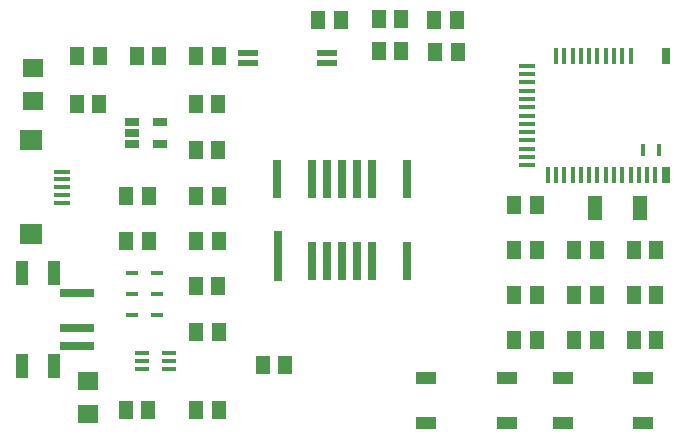
<source format=gtp>
G04 Layer_Color=8421504*
%FSLAX25Y25*%
%MOIN*%
G70*
G01*
G75*
%ADD10R,0.05118X0.01400*%
%ADD11R,0.05118X0.05906*%
%ADD12R,0.03937X0.01400*%
%ADD13R,0.04921X0.07874*%
%ADD14R,0.07087X0.06299*%
%ADD15R,0.05118X0.02756*%
%ADD16R,0.06693X0.03937*%
%ADD17R,0.03150X0.05512*%
%ADD18R,0.01575X0.05512*%
%ADD19R,0.05512X0.01575*%
%ADD20R,0.01575X0.03937*%
%ADD21R,0.03150X0.16929*%
%ADD22R,0.02756X0.12992*%
%ADD23R,0.03150X0.12992*%
%ADD24R,0.07087X0.02165*%
%ADD25R,0.07500X0.07100*%
%ADD26R,0.05600X0.01400*%
%ADD27R,0.03937X0.07874*%
%ADD28R,0.11811X0.03150*%
D10*
X43341Y30356D02*
D03*
Y27756D02*
D03*
Y25156D02*
D03*
X52328D02*
D03*
Y27756D02*
D03*
Y30356D02*
D03*
D11*
X167520Y79724D02*
D03*
X175000D02*
D03*
X167520Y64764D02*
D03*
X175000D02*
D03*
X167520Y49803D02*
D03*
X175000D02*
D03*
X167520Y34839D02*
D03*
X175000D02*
D03*
X187598D02*
D03*
X195079D02*
D03*
X187598Y49803D02*
D03*
X195079D02*
D03*
Y64764D02*
D03*
X187598D02*
D03*
X214799D02*
D03*
X207319D02*
D03*
X214799Y49803D02*
D03*
X207319D02*
D03*
X214799Y34839D02*
D03*
X207319D02*
D03*
X21850Y129508D02*
D03*
X29331D02*
D03*
X21654Y113583D02*
D03*
X29134D02*
D03*
X41732Y129508D02*
D03*
X49213D02*
D03*
X61508D02*
D03*
X68988D02*
D03*
X61417Y113583D02*
D03*
X68898D02*
D03*
Y98032D02*
D03*
X61417D02*
D03*
X68988Y82677D02*
D03*
X61508D02*
D03*
X38189D02*
D03*
X45669D02*
D03*
X38189Y67716D02*
D03*
X45669D02*
D03*
X61508D02*
D03*
X68988D02*
D03*
X61417Y52756D02*
D03*
X68898D02*
D03*
X61508Y37402D02*
D03*
X68988D02*
D03*
X37992Y11614D02*
D03*
X45472D02*
D03*
X61508D02*
D03*
X68988D02*
D03*
X140945Y141535D02*
D03*
X148425D02*
D03*
X148622Y130905D02*
D03*
X141142D02*
D03*
X129921Y131102D02*
D03*
X122441D02*
D03*
X102165Y141535D02*
D03*
X109646D02*
D03*
X129921Y141732D02*
D03*
X122441D02*
D03*
X91142Y26575D02*
D03*
X83661D02*
D03*
D12*
X40157Y57087D02*
D03*
X48425D02*
D03*
X40157Y50197D02*
D03*
X48425D02*
D03*
X40157Y43110D02*
D03*
X48425D02*
D03*
D13*
X194488Y78740D02*
D03*
X209449D02*
D03*
D14*
X7087Y125591D02*
D03*
Y114567D02*
D03*
X25591Y21063D02*
D03*
Y10039D02*
D03*
D15*
X39961Y107480D02*
D03*
Y103740D02*
D03*
Y100000D02*
D03*
X49409D02*
D03*
Y107480D02*
D03*
D16*
X138173Y22244D02*
D03*
Y7283D02*
D03*
X164976Y22244D02*
D03*
Y7283D02*
D03*
X183646Y22244D02*
D03*
Y7283D02*
D03*
X210449Y22244D02*
D03*
Y7283D02*
D03*
D17*
X218110Y129331D02*
D03*
Y89961D02*
D03*
D18*
X181496Y129331D02*
D03*
X189764D02*
D03*
X187008D02*
D03*
X184252D02*
D03*
X198031D02*
D03*
X195275D02*
D03*
X192520D02*
D03*
X206299D02*
D03*
X203543D02*
D03*
X200787D02*
D03*
X178740Y89961D02*
D03*
X181496D02*
D03*
X184252D02*
D03*
X187008D02*
D03*
X189764D02*
D03*
X192520D02*
D03*
X195275D02*
D03*
X198031D02*
D03*
X200787D02*
D03*
X203543D02*
D03*
X206299D02*
D03*
X209055D02*
D03*
X211811D02*
D03*
X214567D02*
D03*
D19*
X171653Y109646D02*
D03*
Y106890D02*
D03*
Y104134D02*
D03*
Y117913D02*
D03*
Y115157D02*
D03*
Y112402D02*
D03*
Y123425D02*
D03*
Y120669D02*
D03*
Y101378D02*
D03*
Y98622D02*
D03*
Y95866D02*
D03*
Y93110D02*
D03*
Y126181D02*
D03*
D20*
X210433Y98228D02*
D03*
X215945D02*
D03*
D21*
X88665Y62961D02*
D03*
D22*
X100236Y61122D02*
D03*
X105236D02*
D03*
X110236D02*
D03*
X115236D02*
D03*
X120236D02*
D03*
Y88484D02*
D03*
X115236D02*
D03*
X110236D02*
D03*
X105236D02*
D03*
X100236D02*
D03*
D23*
X131890Y61122D02*
D03*
Y88484D02*
D03*
X88582D02*
D03*
D24*
X78740Y130610D02*
D03*
Y127264D02*
D03*
X105118D02*
D03*
Y130610D02*
D03*
D25*
X6299Y70027D02*
D03*
Y101575D02*
D03*
D26*
X16799Y83227D02*
D03*
Y85827D02*
D03*
Y88386D02*
D03*
Y80627D02*
D03*
Y90945D02*
D03*
D27*
X3543Y57284D02*
D03*
Y26181D02*
D03*
X14173Y57284D02*
D03*
Y26181D02*
D03*
D28*
X21654Y50591D02*
D03*
Y38780D02*
D03*
Y32874D02*
D03*
M02*

</source>
